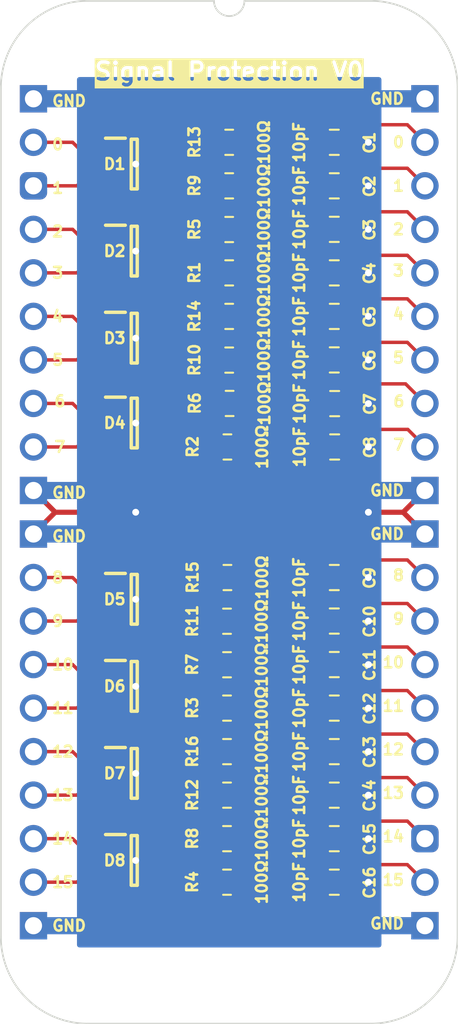
<source format=kicad_pcb>
(kicad_pcb (version 20241229) (generator "pcbnew") (generator_version "9.0")
  (title_block (title "Device Reset") (date "2024-02-15") (rev "V1"))
  (layers (0 "F.Cu" signal) (2 "B.Cu" signal) (13 "F.Paste" user) (15 "B.Paste" user) (5 "F.SilkS" user "F.Silkscreen") (7 "B.SilkS" user "B.Silkscreen") (1 "F.Mask" user) (3 "B.Mask" user) (25 "Edge.Cuts" user))
  (net 0 "")
  (net 1 "/GPIO3")
  (net 2 "/GPIO0")
  (net 3 "/GPIO2")
  (net 4 "/GND")
  (net 5 "/GPIO1")
  (net 6 "/GPIO7")
  (net 7 "/GPIO5")
  (net 8 "/GPIO4")
  (net 9 "/GPIO6")
  (net 10 "/GPIO9")
  (net 11 "/GPIO8")
  (net 12 "/GPIO10")
  (net 13 "/GPIO11")
  (net 14 "/GPIO14")
  (net 15 "/GPIO15")
  (net 16 "/GPIO12")
  (net 17 "/GPIO13")
  (net 18 "/GPIO_{Ω}6")
  (net 19 "/GPIO_{Ω}10")
  (net 20 "/GPIO_{Ω}1")
  (net 21 "/GPIO_{Ω}11")
  (net 22 "/GPIO_{Ω}15")
  (net 23 "/GPIO_{Ω}5")
  (net 24 "/GPIO_{Ω}13")
  (net 25 "/GPIO_{Ω}4")
  (net 26 "/GPIO_{Ω}12")
  (net 27 "/GPIO_{Ω}8")
  (net 28 "/GPIO_{Ω}14")
  (net 29 "/GPIO_{Ω}0")
  (net 30 "/GPIO_{Ω}2")
  (net 31 "/GPIO_{Ω}3")
  (net 32 "/GPIO_{Ω}9")
  (net 33 "/GPIO_{Ω}7")
  (footprint "SamacSys_Parts:R_0805" (layer "F.Cu") (at 11.303 30.48 90)
    (property "Reference" "R11")
    (property "Value" "100Ω")
  )
  (footprint "SamacSys_Parts:SOT96P240X115-3N" (layer "F.Cu") (at 5.885 34.29)
    (property "Reference" "D6")
    (property "Value" "AZ23C6V2-7-F" (hide yes))
  )
  (footprint "SamacSys_Parts:C_0805" (layer "F.Cu") (at 17.5495 45.72 -90)
    (property "Reference" "C16")
    (property "Value" "10pF")
  )
  (footprint "SamacSys_Parts:C_0805" (layer "F.Cu") (at 17.549499 10.16 -90)
    (property "Reference" "C4")
    (property "Value" "10pF")
  )
  (footprint "SamacSys_Parts:R_0805" (layer "F.Cu") (at 11.303 35.55 90)
    (property "Reference" "R3")
    (property "Value" "100Ω")
  )
  (footprint "SamacSys_Parts:C_0805" (layer "F.Cu") (at 17.5495 43.18 -90)
    (property "Reference" "C15")
    (property "Value" "10pF")
  )
  (footprint "SamacSys_Parts:R_0805" (layer "F.Cu") (at 11.43 12.69 90)
    (property "Reference" "R14")
    (property "Value" "100Ω")
  )
  (footprint "SamacSys_Parts:R_0805" (layer "F.Cu") (at 11.43 15.24 90)
    (property "Reference" "R10")
    (property "Value" "100Ω")
  )
  (footprint "SamacSys_Parts:SOT96P240X115-3N" (layer "F.Cu") (at 5.885 3.81)
    (property "Reference" "D1")
    (property "Value" "AZ23C6V2-7-F" (hide yes))
  )
  (footprint "SamacSys_Parts:R_0805" (layer "F.Cu") (at 11.4535 17.77 90)
    (property "Reference" "R6")
    (property "Value" "100Ω")
  )
  (footprint "SamacSys_Parts:C_0805" (layer "F.Cu") (at 17.5495 30.48 -90)
    (property "Reference" "C10")
    (property "Value" "10pF")
  )
  (footprint "SamacSys_Parts:C_0805" (layer "F.Cu") (at 17.5495 12.7 -90)
    (property "Reference" "C5")
    (property "Value" "10pF")
  )
  (footprint "SamacSys_Parts:C_0805" (layer "F.Cu") (at 17.5495 27.94 -90)
    (property "Reference" "C9")
    (property "Value" "10pF")
  )
  (footprint "SamacSys_Parts:C_0805" (layer "F.Cu") (at 17.573 20.32 -90)
    (property "Reference" "C8")
    (property "Value" "10pF")
  )
  (footprint "SamacSys_Parts:SOT96P240X115-3N" (layer "F.Cu") (at 5.885 13.97)
    (property "Reference" "D3")
    (property "Value" "AZ23C6V2-7-F" (hide yes))
  )
  (footprint "SamacSys_Parts:C_0805" (layer "F.Cu") (at 17.5495 35.56 -90)
    (property "Reference" "C12")
    (property "Value" "10pF")
  )
  (footprint "SamacSys_Parts:C_0805" (layer "F.Cu") (at 17.573 17.79 -90)
    (property "Reference" "C7")
    (property "Value" "10pF")
  )
  (footprint "SamacSys_Parts:SOT96P240X115-3N" (layer "F.Cu") (at 5.885 44.45)
    (property "Reference" "D8")
    (property "Value" "AZ23C6V2-7-F" (hide yes))
  )
  (footprint "SamacSys_Parts:R_0805" (layer "F.Cu") (at 11.43 5.07 90)
    (property "Reference" "R9")
    (property "Value" "100Ω")
  )
  (footprint "SamacSys_Parts:SOT96P240X115-3N" (layer "F.Cu") (at 5.885 18.923)
    (property "Reference" "D4")
    (property "Value" "AZ23C6V2-7-F" (hide yes))
  )
  (footprint "SamacSys_Parts:SOT96P240X115-3N" (layer "F.Cu") (at 5.885 39.37)
    (property "Reference" "D7")
    (property "Value" "AZ23C6V2-7-F" (hide yes))
  )
  (footprint "SamacSys_Parts:C_0805" (layer "F.Cu") (at 17.5495 5.08 -90)
    (property "Reference" "C2")
    (property "Value" "10pF")
  )
  (footprint "SamacSys_Parts:R_0805" (layer "F.Cu") (at 11.303 40.63 90)
    (property "Reference" "R12")
    (property "Value" "100Ω")
  )
  (footprint "SamacSys_Parts:C_0805" (layer "F.Cu") (at 17.5495 2.54 -90)
    (property "Reference" "C1")
    (property "Value" "10pF")
  )
  (footprint "SamacSys_Parts:R_0805" (layer "F.Cu") (at 11.3265 20.31 90)
    (property "Reference" "R2")
    (property "Value" "100Ω")
  )
  (footprint "SamacSys_Parts:R_0805" (layer "F.Cu") (at 11.303 33.02 90)
    (property "Reference" "R7")
    (property "Value" "100Ω")
  )
  (footprint "SamacSys_Parts:C_0805" (layer "F.Cu") (at 17.549498 7.62 -90)
    (property "Reference" "C3")
    (property "Value" "10pF")
  )
  (footprint "SamacSys_Parts:R_0805" (layer "F.Cu") (at 11.303 43.17 90)
    (property "Reference" "R8")
    (property "Value" "100Ω")
  )
  (footprint "SamacSys_Parts:R_0805" (layer "F.Cu") (at 11.43 2.53 90)
    (property "Reference" "R13")
    (property "Value" "100Ω")
  )
  (footprint "SamacSys_Parts:DIP-40_Board_W22.86mm" (layer "F.Cu") (at 0 0)
    (property "Reference" "J4" (hide yes))
    (property "Value" "Conn_02x20_Counter_Clockwise")
    (fp_line (start -1.905 -0.635) (end -1.905 48.895) (stroke (width 0.1)) (layer "Edge.Cuts"))
    (fp_line (start 10.541 -5.715) (end 3.175 -5.715) (stroke (width 0.1)) (layer "Edge.Cuts"))
    (fp_line (start 19.685 -5.715) (end 12.319 -5.715) (stroke (width 0.1)) (layer "Edge.Cuts"))
    (fp_line (start 19.685 53.975) (end 3.175 53.975) (stroke (width 0.1)) (layer "Edge.Cuts"))
    (fp_line (start 24.765 48.895) (end 24.765 -0.635) (stroke (width 0.1)) (layer "Edge.Cuts"))
    (fp_arc (start -1.905 -0.635) (mid -0.417102 -4.227102) (end 3.175 -5.715) (stroke (width 0.1)) (layer "Edge.Cuts"))
    (fp_arc (start 3.175 53.975) (mid -0.417102 52.487102) (end -1.905 48.895) (stroke (width 0.1)) (layer "Edge.Cuts"))
    (fp_arc (start 12.319 -5.715) (mid 11.43 -4.826) (end 10.541 -5.715) (stroke (width 0.1)) (layer "Edge.Cuts"))
    (fp_arc (start 19.685 -5.715) (mid 23.277102 -4.227102) (end 24.765 -0.635) (stroke (width 0.1)) (layer "Edge.Cuts"))
    (fp_arc (start 24.765 48.895) (mid 23.277102 52.487102) (end 19.685 53.975) (stroke (width 0.1)) (layer "Edge.Cuts"))
  )
  (footprint "SamacSys_Parts:SOT96P240X115-3N" (layer "F.Cu") (at 5.885 8.89)
    (property "Reference" "D2")
    (property "Value" "AZ23C6V2-7-F" (hide yes))
  )
  (footprint "SamacSys_Parts:C_0805" (layer "F.Cu") (at 17.5495 38.1 -90)
    (property "Reference" "C13")
    (property "Value" "10pF")
  )
  (footprint "SamacSys_Parts:R_0805" (layer "F.Cu") (at 11.303 45.71 90)
    (property "Reference" "R4")
    (property "Value" "100Ω")
  )
  (footprint "SamacSys_Parts:R_0805" (layer "F.Cu") (at 11.43 10.15 90)
    (property "Reference" "R1")
    (property "Value" "100Ω")
  )
  (footprint "SamacSys_Parts:R_0805" (layer "F.Cu") (at 11.303 38.09 90)
    (property "Reference" "R16")
    (property "Value" "100Ω")
  )
  (footprint "SamacSys_Parts:R_0805" (layer "F.Cu") (at 11.3265 27.93 90)
    (property "Reference" "R15")
    (property "Value" "100Ω")
  )
  (footprint "SamacSys_Parts:C_0805" (layer "F.Cu") (at 17.5495 15.24 -90)
    (property "Reference" "C6")
    (property "Value" "10pF")
  )
  (footprint "SamacSys_Parts:C_0805" (layer "F.Cu") (at 17.5495 33.02 -90)
    (property "Reference" "C11")
    (property "Value" "10pF")
  )
  (footprint "SamacSys_Parts:SOT96P240X115-3N" (layer "F.Cu") (at 5.885 29.21)
    (property "Reference" "D5")
    (property "Value" "AZ23C6V2-7-F" (hide yes))
  )
  (footprint "SamacSys_Parts:R_0805" (layer "F.Cu") (at 11.43 7.62 90)
    (property "Reference" "R5")
    (property "Value" "100Ω")
  )
  (footprint "SamacSys_Parts:C_0805" (layer "F.Cu") (at 17.5495 40.64 -90)
    (property "Reference" "C14")
    (property "Value" "10pF")
  )
  (footprint "SamacSys_Parts:PinHeader_1x20_P2.54mm_Vertical" (layer "B.Cu") (at 22.733 0 180)
    (property "Reference" "J1" (hide yes))
    (property "Value" "Pin_Header_01x20" (hide yes))
  )
  (footprint "SamacSys_Parts:PinHeader_1x20_P2.54mm_Vertical" (layer "B.Cu") (at 0 0 180)
    (property "Reference" "J3" (hide yes))
    (property "Value" "Pin_Header_01x20" (hide yes))
  )
  (gr_text "10" (at 21.717 32.893 0) (layer "F.SilkS") (effects (font (size 0.635 0.635)) (justify right)))
  (gr_text "8" (at 1.016 27.94 0) (layer "F.SilkS") (effects (font (size 0.635 0.635)) (justify left)))
  (gr_text "13" (at 21.717 40.513 0) (layer "F.SilkS") (effects (font (size 0.635 0.635)) (justify right)))
  (gr_text "GND" (at 21.717 0 0) (layer "F.SilkS") (effects (font (size 0.635 0.635)) (justify right)))
  (gr_text "3" (at 1.016 10.16 0) (layer "F.SilkS") (effects (font (size 0.635 0.635)) (justify left)))
  (gr_text "GND" (at 1.016 25.527 0) (layer "F.SilkS") (effects (font (size 0.635 0.635)) (justify left)))
  (gr_text "GND" (at 21.717 22.86 0) (layer "F.SilkS") (effects (font (size 0.635 0.635)) (justify right)))
  (gr_text "11" (at 21.717 35.433 0) (layer "F.SilkS") (effects (font (size 0.635 0.635)) (justify right)))
  (gr_text "GND" (at 1.016 0.127 0) (layer "F.SilkS") (effects (font (size 0.635 0.635)) (justify left)))
  (gr_text "0" (at 21.717 2.54 0) (layer "F.SilkS") (effects (font (size 0.635 0.635)) (justify right)))
  (gr_text "5" (at 1.016 15.24 0) (layer "F.SilkS") (effects (font (size 0.635 0.635)) (justify left)))
  (gr_text "5" (at 21.717 15.113 0) (layer "F.SilkS") (effects (font (size 0.635 0.635)) (justify right)))
  (gr_text "6" (at 21.7405 17.663 0) (layer "F.SilkS") (effects (font (size 0.635 0.635)) (justify right)))
  (gr_text "7" (at 21.7405 20.193 0) (layer "F.SilkS") (effects (font (size 0.635 0.635)) (justify right)))
  (gr_text "11" (at 1.016 35.56 0) (layer "F.SilkS") (effects (font (size 0.635 0.635)) (justify left)))
  (gr_text "1" (at 21.717 5.08 0) (layer "F.SilkS") (effects (font (size 0.635 0.635)) (justify right)))
  (gr_text "GND" (at 21.717 48.133 0) (layer "F.SilkS") (effects (font (size 0.635 0.635)) (justify right)))
  (gr_text "GND" (at 21.717 25.4 0) (layer "F.SilkS") (effects (font (size 0.635 0.635)) (justify right)))
  (gr_text "14" (at 21.717 43.053 0) (layer "F.SilkS") (effects (font (size 0.635 0.635)) (justify right)))
  (gr_text "7" (at 1.143 20.32 0) (layer "F.SilkS") (effects (font (size 0.635 0.635)) (justify left)))
  (gr_text "GND" (at 1.016 48.26 0) (layer "F.SilkS") (effects (font (size 0.635 0.635)) (justify left)))
  (gr_text "2" (at 21.717 7.62 0) (layer "F.SilkS") (effects (font (size 0.635 0.635)) (justify right)))
  (gr_text "4" (at 1.016 12.7 0) (layer "F.SilkS") (effects (font (size 0.635 0.635)) (justify left)))
  (gr_text "1" (at 1.016 5.207 0) (layer "F.SilkS") (effects (font (size 0.635 0.635)) (justify left)))
  (gr_text "3" (at 21.717 10.033 0) (layer "F.SilkS") (effects (font (size 0.635 0.635)) (justify right)))
  (gr_text "2" (at 1.016 7.747 0) (layer "F.SilkS") (effects (font (size 0.635 0.635)) (justify left)))
  (gr_text "15" (at 21.717 45.593 0) (layer "F.SilkS") (effects (font (size 0.635 0.635)) (justify right)))
  (gr_text "Signal Protection V0" (at 11.43 -1.016 0) (layer "F.SilkS" knockout) (effects (font (size 1 1) (thickness 0.2) (bold yes)) (justify bottom)))
  (gr_text "8" (at 21.717 27.813 0) (layer "F.SilkS") (effects (font (size 0.635 0.635)) (justify right)))
  (gr_text "13" (at 1.016 40.64 0) (layer "F.SilkS") (effects (font (size 0.635 0.635)) (justify left)))
  (gr_text "9" (at 1.016 30.48 0) (layer "F.SilkS") (effects (font (size 0.635 0.635)) (justify left)))
  (gr_text "12" (at 1.016 38.1 0) (layer "F.SilkS") (effects (font (size 0.635 0.635)) (justify left)))
  (gr_text "GND" (at 1.016 22.987 0) (layer "F.SilkS") (effects (font (size 0.635 0.635)) (justify left)))
  (gr_text "6" (at 1.143 17.653 0) (layer "F.SilkS") (effects (font (size 0.635 0.635)) (justify left)))
  (gr_text "4" (at 21.717 12.573 0) (layer "F.SilkS") (effects (font (size 0.635 0.635)) (justify right)))
  (gr_text "14" (at 1.016 43.18 0) (layer "F.SilkS") (effects (font (size 0.635 0.635)) (justify left)))
  (gr_text "0" (at 1.016 2.667 0) (layer "F.SilkS") (effects (font (size 0.635 0.635)) (justify left)))
  (gr_text "10" (at 1.016 33.02 0) (layer "F.SilkS") (effects (font (size 0.635 0.635)) (justify left)))
  (gr_text "9" (at 21.717 30.353 0) (layer "F.SilkS") (effects (font (size 0.635 0.635)) (justify right)))
  (gr_text "15" (at 1.016 45.72 0) (layer "F.SilkS") (effects (font (size 0.635 0.635)) (justify left)))
  (gr_text "12" (at 21.717 37.973 0) (layer "F.SilkS") (effects (font (size 0.635 0.635)) (justify right)))
  (segment (start 0 10.16) (end 2.54 10.16) (width 0.2) (layer "F.Cu") (net 1))
  (segment (start 2.85 9.85) (end 2.54 10.16) (width 0.2) (layer "F.Cu") (net 1))
  (segment (start 4.785 9.85) (end 2.85 9.85) (width 0.2) (layer "F.Cu") (net 1))
  (segment (start 7.62 10.16) (end 10.3905 10.16) (width 0.2) (layer "F.Cu") (net 1))
  (segment (start 7.31 9.85) (end 7.62 10.16) (width 0.2) (layer "F.Cu") (net 1))
  (segment (start 4.785 9.85) (end 7.31 9.85) (width 0.2) (layer "F.Cu") (net 1))
  (segment (start 4.785 2.85) (end 7.31 2.85) (width 0.2) (layer "F.Cu") (net 2))
  (segment (start 7.31 2.85) (end 7.62 2.54) (width 0.2) (layer "F.Cu") (net 2))
  (segment (start 2.286 2.54) (end 2.596 2.85) (width 0.2) (layer "F.Cu") (net 2))
  (segment (start 2.596 2.85) (end 4.785 2.85) (width 0.2) (layer "F.Cu") (net 2))
  (segment (start 0 2.54) (end 2.286 2.54) (width 0.2) (layer "F.Cu") (net 2))
  (segment (start 7.62 2.54) (end 10.3905 2.54) (width 0.2) (layer "F.Cu") (net 2))
  (segment (start 7.31 7.93) (end 7.62 7.62) (width 0.2) (layer "F.Cu") (net 3))
  (segment (start 2.596 7.93) (end 4.785 7.93) (width 0.2) (layer "F.Cu") (net 3))
  (segment (start 7.62 7.62) (end 10.3905 7.62) (width 0.2) (layer "F.Cu") (net 3))
  (segment (start 4.785 7.93) (end 7.31 7.93) (width 0.2) (layer "F.Cu") (net 3))
  (segment (start 0 7.62) (end 2.286 7.62) (width 0.2) (layer "F.Cu") (net 3))
  (segment (start 2.286 7.62) (end 2.596 7.93) (width 0.2) (layer "F.Cu") (net 3))
  (segment (start 18.5155 33.02) (end 19.558 33.02) (width 0.3) (layer "F.Cu") (net 4))
  (segment (start 18.5155 40.64) (end 19.558 40.64) (width 0.3) (layer "F.Cu") (net 4))
  (segment (start 5.969 13.97) (end 6.985 13.97) (width 0.3) (layer "F.Cu") (net 4))
  (segment (start 22.86 22.86) (end 21.59 24.13) (width 0.3) (layer "F.Cu") (net 4))
  (segment (start 0 25.4) (end 1.27 24.13) (width 0.3) (layer "F.Cu") (net 4))
  (segment (start 18.5155 12.7) (end 19.558 12.7) (width 0.3) (layer "F.Cu") (net 4))
  (segment (start 21.59 24.13) (end 22.86 25.4) (width 0.3) (layer "F.Cu") (net 4))
  (segment (start 18.539 20.32) (end 19.558 20.32) (width 0.3) (layer "F.Cu") (net 4))
  (segment (start 5.969 34.29) (end 6.985 34.29) (width 0.3) (layer "F.Cu") (net 4))
  (segment (start 1.27 24.13) (end 5.969 24.13) (width 0.3) (layer "F.Cu") (net 4))
  (segment (start 5.969 3.81) (end 6.985 3.81) (width 0.3) (layer "F.Cu") (net 4))
  (segment (start 21.59 24.13) (end 19.558 24.13) (width 0.3) (layer "F.Cu") (net 4))
  (segment (start 5.969 44.45) (end 6.985 44.45) (width 0.3) (layer "F.Cu") (net 4))
  (segment (start 6.985 18.923) (end 5.969 18.923) (width 0.3) (layer "F.Cu") (net 4))
  (segment (start 5.969 8.89) (end 6.985 8.89) (width 0.3) (layer "F.Cu") (net 4))
  (segment (start 18.5155 45.72) (end 19.558008 45.72) (width 0.3) (layer "F.Cu") (net 4))
  (segment (start 18.5155 35.56) (end 19.558 35.56) (width 0.3) (layer "F.Cu") (net 4))
  (segment (start 5.969 24.13) (end 19.558 24.13) (width 0.3) (layer "F.Cu") (net 4))
  (segment (start 18.515499 10.16) (end 19.558004 10.16) (width 0.3) (layer "F.Cu") (net 4))
  (segment (start 18.539 17.79) (end 19.558 17.79) (width 0.3) (layer "F.Cu") (net 4))
  (segment (start 5.969 29.21) (end 6.985 29.21) (width 0.3) (layer "F.Cu") (net 4))
  (segment (start 18.5155 2.54) (end 19.558 2.54) (width 0.3) (layer "F.Cu") (net 4))
  (segment (start 18.5155 43.18) (end 19.558 43.18) (width 0.3) (layer "F.Cu") (net 4))
  (segment (start 5.969 39.37) (end 6.985 39.37) (width 0.3) (layer "F.Cu") (net 4))
  (segment (start 18.5155 5.08) (end 19.558 5.08) (width 0.3) (layer "F.Cu") (net 4))
  (segment (start 18.5155 38.1) (end 19.558 38.1) (width 0.3) (layer "F.Cu") (net 4))
  (segment (start 18.5155 27.94) (end 19.558 27.94) (width 0.3) (layer "F.Cu") (net 4))
  (segment (start 18.515498 7.62) (end 19.558002 7.62) (width 0.3) (layer "F.Cu") (net 4))
  (segment (start 18.5155 30.48) (end 19.558 30.48) (width 0.3) (layer "F.Cu") (net 4))
  (segment (start 18.5155 15.24) (end 19.558 15.24) (width 0.3) (layer "F.Cu") (net 4))
  (segment (start 0 22.86) (end 1.27 24.13) (width 0.3) (layer "F.Cu") (net 4))
  (via (at 19.558 27.94) (size 0.8) (drill 0.4) (layers "F.Cu" "B.Cu") (net 4))
  (via (at 19.558 12.7) (size 0.8) (drill 0.4) (layers "F.Cu" "B.Cu") (net 4))
  (via (at 5.969 44.45) (size 0.8) (drill 0.4) (layers "F.Cu" "B.Cu") (net 4))
  (via (at 19.558 15.24) (size 0.8) (drill 0.4) (layers "F.Cu" "B.Cu") (net 4))
  (via (at 19.558 35.56) (size 0.8) (drill 0.4) (layers "F.Cu" "B.Cu") (net 4))
  (via (at 19.558 30.48) (size 0.8) (drill 0.4) (layers "F.Cu" "B.Cu") (net 4))
  (via (at 19.558 20.32) (size 0.8) (drill 0.4) (layers "F.Cu" "B.Cu") (net 4))
  (via (at 5.969 39.37) (size 0.8) (drill 0.4) (layers "F.Cu" "B.Cu") (net 4))
  (via (at 5.969 34.29) (size 0.8) (drill 0.4) (layers "F.Cu" "B.Cu") (net 4))
  (via (at 5.969 8.89) (size 0.8) (drill 0.4) (layers "F.Cu" "B.Cu") (net 4))
  (via (at 19.558 33.02) (size 0.8) (drill 0.4) (layers "F.Cu" "B.Cu") (net 4))
  (via (at 19.558 40.64) (size 0.8) (drill 0.4) (layers "F.Cu" "B.Cu") (net 4))
  (via (at 19.558 43.18) (size 0.8) (drill 0.4) (layers "F.Cu" "B.Cu") (net 4))
  (via (at 19.558 17.79) (size 0.8) (drill 0.4) (layers "F.Cu" "B.Cu") (net 4))
  (via (at 5.969 3.81) (size 0.8) (drill 0.4) (layers "F.Cu" "B.Cu") (net 4))
  (via (at 5.969 24.13) (size 0.8) (drill 0.4) (layers "F.Cu" "B.Cu") (net 4))
  (via (at 5.969 13.97) (size 0.8) (drill 0.4) (layers "F.Cu" "B.Cu") (net 4))
  (via (at 19.558 5.08) (size 0.8) (drill 0.4) (layers "F.Cu" "B.Cu") (net 4))
  (via (at 19.558002 7.62) (size 0.8) (drill 0.4) (layers "F.Cu" "B.Cu") (net 4))
  (via (at 19.558004 10.16) (size 0.8) (drill 0.4) (layers "F.Cu" "B.Cu") (net 4))
  (via (at 5.969 18.923) (size 0.8) (drill 0.4) (layers "F.Cu" "B.Cu") (net 4))
  (via (at 19.558 2.54) (size 0.8) (drill 0.4) (layers "F.Cu" "B.Cu") (net 4))
  (via (at 19.558 38.1) (size 0.8) (drill 0.4) (layers "F.Cu" "B.Cu") (net 4))
  (via (at 19.558 24.13) (size 0.8) (drill 0.4) (layers "F.Cu" "B.Cu") (net 4))
  (via (at 5.969 29.21) (size 0.8) (drill 0.4) (layers "F.Cu" "B.Cu") (net 4))
  (via (at 19.558008 45.72) (size 0.8) (drill 0.4) (layers "F.Cu" "B.Cu") (net 4))
  (segment (start 22.86 0) (end 19.812 0) (width 1) (layer "B.Cu") (net 4))
  (segment (start 0 0) (end 5.08 0) (width 1) (layer "B.Cu") (net 4))
  (segment (start 19.558 23.114) (end 19.558 24.13) (width 1) (layer "B.Cu") (net 4))
  (segment (start 19.812 48.26) (end 19.558008 48.006008) (width 1) (layer "B.Cu") (net 4))
  (segment (start 19.558 0.254) (end 19.558 2.54) (width 1) (layer "B.Cu") (net 4))
  (segment (start 19.558 33.02) (end 19.558 30.48) (width 0.3) (layer "B.Cu") (net 4))
  (segment (start 19.812 25.4) (end 19.558 25.654) (width 1) (layer "B.Cu") (net 4))
  (segment (start 19.558 20.32) (end 19.558 22.606) (width 1) (layer "B.Cu") (net 4))
  (segment (start 19.558 20.32) (end 19.558 17.79) (width 0.3) (layer "B.Cu") (net 4))
  (segment (start 5.969 39.37) (end 5.969 34.29) (width 0.3) (layer "B.Cu") (net 4))
  (segment (start 19.558002 7.62) (end 19.558002 5.080002) (width 0.3) (layer "B.Cu") (net 4))
  (segment (start 19.558 40.64) (end 19.558 38.1) (width 0.3) (layer "B.Cu") (net 4))
  (segment (start 19.812 22.86) (end 19.558 23.114) (width 1) (layer "B.Cu") (net 4))
  (segment (start 5.969 46.609) (end 5.969 44.45) (width 1) (layer "B.Cu") (net 4))
  (segment (start 19.558 15.24) (end 19.558 12.7) (width 0.3) (layer "B.Cu") (net 4))
  (segment (start 19.558 38.1) (end 19.558 35.56) (width 0.3) (layer "B.Cu") (net 4))
  (segment (start 19.558008 48.006008) (end 19.558008 45.72) (width 1) (layer "B.Cu") (net 4))
  (segment (start 5.969 44.45) (end 5.969 39.37) (width 0.3) (layer "B.Cu") (net 4))
  (segment (start 0 48.26) (end 4.318 48.26) (width 1) (layer "B.Cu") (net 4))
  (segment (start 5.08 22.86) (end 5.969 23.749) (width 1) (layer "B.Cu") (net 4))
  (segment (start 5.207 25.4) (end 5.969 26.162) (width 1) (layer "B.Cu") (net 4))
  (segment (start 4.318 48.26) (end 5.969 46.609) (width 1) (layer "B.Cu") (net 4))
  (segment (start 19.558 25.654) (end 19.558 27.94) (width 1) (layer "B.Cu") (net 4))
  (segment (start 19.812 0) (end 19.558 0.254) (width 1) (layer "B.Cu") (net 4))
  (segment (start 5.207 25.4) (end 5.969 24.638) (width 1) (layer "B.Cu") (net 4))
  (segment (start 19.558 25.146) (end 19.812 25.4) (width 1) (layer "B.Cu") (net 4))
  (segment (start 5.969 21.971) (end 5.969 18.923) (width 1) (layer "B.Cu") (net 4))
  (segment (start 19.558 22.606) (end 19.812 22.86) (width 1) (layer "B.Cu") (net 4))
  (segment (start 19.558 30.48) (end 19.558 27.94) (width 0.3) (layer "B.Cu") (net 4))
  (segment (start 19.558002 5.080002) (end 19.558 5.08) (width 0.3) (layer "B.Cu") (net 4))
  (segment (start 22.86 48.26) (end 19.812 48.26) (width 1) (layer "B.Cu") (net 4))
  (segment (start 19.558 43.18) (end 19.558 40.64) (width 0.3) (layer "B.Cu") (net 4))
  (segment (start 0 22.86) (end 5.08 22.86) (width 1) (layer "B.Cu") (net 4))
  (segment (start 5.969 34.29) (end 5.969 29.21) (width 0.3) (layer "B.Cu") (net 4))
  (segment (start 22.86 22.86) (end 19.812 22.86) (width 1) (layer "B.Cu") (net 4))
  (segment (start 19.558 10.160004) (end 19.558004 10.16) (width 0.3) (layer "B.Cu") (net 4))
  (segment (start 5.969 13.97) (end 5.969 8.89) (width 0.3) (layer "B.Cu") (net 4))
  (segment (start 0 25.4) (end 5.207 25.4) (width 1) (layer "B.Cu") (net 4))
  (segment (start 5.969 26.162) (end 5.969 29.21) (width 1) (layer "B.Cu") (net 4))
  (segment (start 19.558 35.56) (end 19.558 33.02) (width 0.3) (layer "B.Cu") (net 4))
  (segment (start 5.969 8.89) (end 5.969 3.81) (width 0.3) (layer "B.Cu") (net 4))
  (segment (start 5.08 22.86) (end 5.969 21.971) (width 1) (layer "B.Cu") (net 4))
  (segment (start 19.558 17.79) (end 19.558 15.24) (width 0.3) (layer "B.Cu") (net 4))
  (segment (start 19.558 24.13) (end 19.558 25.146) (width 1) (layer "B.Cu") (net 4))
  (segment (start 22.86 25.4) (end 19.812 25.4) (width 1) (layer "B.Cu") (net 4))
  (segment (start 5.969 18.923) (end 5.969 13.97) (width 0.3) (layer "B.Cu") (net 4))
  (segment (start 19.558 12.7) (end 19.558 10.160004) (width 0.3) (layer "B.Cu") (net 4))
  (segment (start 19.558 5.08) (end 19.558 2.54) (width 0.3) (layer "B.Cu") (net 4))
  (segment (start 5.969 23.749) (end 5.969 24.13) (width 1) (layer "B.Cu") (net 4))
  (segment (start 5.969 24.638) (end 5.969 24.13) (width 1) (layer "B.Cu") (net 4))
  (segment (start 5.08 0) (end 5.969 0.889) (width 1) (layer "B.Cu") (net 4))
  (segment (start 19.558004 7.620002) (end 19.558002 7.62) (width 0.3) (layer "B.Cu") (net 4))
  (segment (start 19.558008 43.180008) (end 19.558 43.18) (width 0.3) (layer "B.Cu") (net 4))
  (segment (start 19.558004 10.16) (end 19.558004 7.620002) (width 0.3) (layer "B.Cu") (net 4))
  (segment (start 5.969 0.889) (end 5.969 3.81) (width 1) (layer "B.Cu") (net 4))
  (segment (start 19.558008 45.72) (end 19.558008 43.180008) (width 0.3) (layer "B.Cu") (net 4))
  (segment (start 2.85 4.77) (end 2.54 5.08) (width 0.2) (layer "F.Cu") (net 5))
  (segment (start 4.785 4.77) (end 2.85 4.77) (width 0.2) (layer "F.Cu") (net 5))
  (segment (start 4.785 4.77) (end 7.31 4.77) (width 0.2) (layer "F.Cu") (net 5))
  (segment (start 7.31 4.77) (end 7.62 5.08) (width 0.2) (layer "F.Cu") (net 5))
  (segment (start 0 5.08) (end 2.54 5.08) (width 0.2) (layer "F.Cu") (net 5))
  (segment (start 7.62 5.08) (end 10.3905 5.08) (width 0.2) (layer "F.Cu") (net 5))
  (segment (start 4.785 20.01) (end 7.31 20.01) (width 0.2) (layer "F.Cu") (net 6))
  (segment (start 7.62 20.32) (end 10.3905 20.32) (width 0.2) (layer "F.Cu") (net 6))
  (segment (start 7.31 20.01) (end 7.62 20.32) (width 0.2) (layer "F.Cu") (net 6))
  (segment (start 2.85 20.01) (end 2.54 20.32) (width 0.2) (layer "F.Cu") (net 6))
  (segment (start 0 20.32) (end 2.54 20.32) (width 0.2) (layer "F.Cu") (net 6))
  (segment (start 4.785 20.01) (end 2.85 20.01) (width 0.2) (layer "F.Cu") (net 6))
  (segment (start 4.785 14.93) (end 2.85 14.93) (width 0.2) (layer "F.Cu") (net 7))
  (segment (start 0 15.24) (end 2.54 15.24) (width 0.2) (layer "F.Cu") (net 7))
  (segment (start 7.31 14.93) (end 7.62 15.24) (width 0.2) (layer "F.Cu") (net 7))
  (segment (start 2.85 14.93) (end 2.54 15.24) (width 0.2) (layer "F.Cu") (net 7))
  (segment (start 4.785 14.93) (end 7.31 14.93) (width 0.2) (layer "F.Cu") (net 7))
  (segment (start 7.62 15.24) (end 10.3905 15.24) (width 0.2) (layer "F.Cu") (net 7))
  (segment (start 7.31 13.01) (end 7.62 12.7) (width 0.2) (layer "F.Cu") (net 8))
  (segment (start 0 12.7) (end 2.286 12.7) (width 0.2) (layer "F.Cu") (net 8))
  (segment (start 4.785 13.01) (end 7.31 13.01) (width 0.2) (layer "F.Cu") (net 8))
  (segment (start 7.62 12.7) (end 10.3905 12.7) (width 0.2) (layer "F.Cu") (net 8))
  (segment (start 2.596 13.01) (end 4.785 13.01) (width 0.2) (layer "F.Cu") (net 8))
  (segment (start 2.286 12.7) (end 2.596 13.01) (width 0.2) (layer "F.Cu") (net 8))
  (segment (start 7.31 18.09) (end 7.62 17.78) (width 0.2) (layer "F.Cu") (net 9))
  (segment (start 4.785 18.09) (end 7.31 18.09) (width 0.2) (layer "F.Cu") (net 9))
  (segment (start 2.286 17.78) (end 2.596 18.09) (width 0.2) (layer "F.Cu") (net 9))
  (segment (start 0 17.78) (end 2.286 17.78) (width 0.2) (layer "F.Cu") (net 9))
  (segment (start 2.596 18.09) (end 4.785 18.09) (width 0.2) (layer "F.Cu") (net 9))
  (segment (start 7.62 17.78) (end 10.3905 17.78) (width 0.2) (layer "F.Cu") (net 9))
  (segment (start 4.785 30.17) (end 2.85 30.17) (width 0.2) (layer "F.Cu") (net 10))
  (segment (start 0 30.48) (end 2.54 30.48) (width 0.2) (layer "F.Cu") (net 10))
  (segment (start 7.62 30.48) (end 10.3905 30.48) (width 0.2) (layer "F.Cu") (net 10))
  (segment (start 2.85 30.17) (end 2.54 30.48) (width 0.2) (layer "F.Cu") (net 10))
  (segment (start 7.31 30.17) (end 7.62 30.48) (width 0.2) (layer "F.Cu") (net 10))
  (segment (start 4.785 30.17) (end 7.31 30.17) (width 0.2) (layer "F.Cu") (net 10))
  (segment (start 2.286 27.94) (end 2.596 28.25) (width 0.2) (layer "F.Cu") (net 11))
  (segment (start 4.785 28.25) (end 7.31 28.25) (width 0.2) (layer "F.Cu") (net 11))
  (segment (start 7.31 28.25) (end 7.62 27.94) (width 0.2) (layer "F.Cu") (net 11))
  (segment (start 2.596 28.25) (end 4.785 28.25) (width 0.2) (layer "F.Cu") (net 11))
  (segment (start 7.62 27.94) (end 10.3905 27.94) (width 0.2) (layer "F.Cu") (net 11))
  (segment (start 0 27.94) (end 2.286 27.94) (width 0.2) (layer "F.Cu") (net 11))
  (segment (start 4.785 33.33) (end 7.31 33.33) (width 0.2) (layer "F.Cu") (net 12))
  (segment (start 7.62 33.02) (end 10.3905 33.02) (width 0.2) (layer "F.Cu") (net 12))
  (segment (start 2.596 33.33) (end 4.785 33.33) (width 0.2) (layer "F.Cu") (net 12))
  (segment (start 2.286 33.02) (end 2.596 33.33) (width 0.2) (layer "F.Cu") (net 12))
  (segment (start 0 33.02) (end 2.286 33.02) (width 0.2) (layer "F.Cu") (net 12))
  (segment (start 7.31 33.33) (end 7.62 33.02) (width 0.2) (layer "F.Cu") (net 12))
  (segment (start 4.785 35.25) (end 2.85 35.25) (width 0.2) (layer "F.Cu") (net 13))
  (segment (start 0 35.56) (end 2.54 35.56) (width 0.2) (layer "F.Cu") (net 13))
  (segment (start 4.785 35.25) (end 7.31 35.25) (width 0.2) (layer "F.Cu") (net 13))
  (segment (start 7.62 35.56) (end 10.3905 35.56) (width 0.2) (layer "F.Cu") (net 13))
  (segment (start 7.31 35.25) (end 7.62 35.56) (width 0.2) (layer "F.Cu") (net 13))
  (segment (start 2.85 35.25) (end 2.54 35.56) (width 0.2) (layer "F.Cu") (net 13))
  (segment (start 7.62 43.18) (end 10.3905 43.18) (width 0.2) (layer "F.Cu") (net 14))
  (segment (start 0 43.18) (end 2.286 43.18) (width 0.2) (layer "F.Cu") (net 14))
  (segment (start 4.785 43.49) (end 7.31 43.49) (width 0.2) (layer "F.Cu") (net 14))
  (segment (start 7.31 43.49) (end 7.62 43.18) (width 0.2) (layer "F.Cu") (net 14))
  (segment (start 2.596 43.49) (end 4.785 43.49) (width 0.2) (layer "F.Cu") (net 14))
  (segment (start 2.286 43.18) (end 2.596 43.49) (width 0.2) (layer "F.Cu") (net 14))
  (segment (start 0 45.72) (end 2.54 45.72) (width 0.2) (layer "F.Cu") (net 15))
  (segment (start 4.785 45.41) (end 7.31 45.41) (width 0.2) (layer "F.Cu") (net 15))
  (segment (start 4.785 45.41) (end 2.85 45.41) (width 0.2) (layer "F.Cu") (net 15))
  (segment (start 7.62 45.72) (end 10.3905 45.72) (width 0.2) (layer "F.Cu") (net 15))
  (segment (start 2.85 45.41) (end 2.54 45.72) (width 0.2) (layer "F.Cu") (net 15))
  (segment (start 7.31 45.41) (end 7.62 45.72) (width 0.2) (layer "F.Cu") (net 15))
  (segment (start 7.62 38.1) (end 10.3905 38.1) (width 0.2) (layer "F.Cu") (net 16))
  (segment (start 2.286 38.1) (end 2.596 38.41) (width 0.2) (layer "F.Cu") (net 16))
  (segment (start 2.596 38.41) (end 4.785 38.41) (width 0.2) (layer "F.Cu") (net 16))
  (segment (start 7.31 38.41) (end 7.62 38.1) (width 0.2) (layer "F.Cu") (net 16))
  (segment (start 4.785 38.41) (end 7.31 38.41) (width 0.2) (layer "F.Cu") (net 16))
  (segment (start 0 38.1) (end 2.286 38.1) (width 0.2) (layer "F.Cu") (net 16))
  (segment (start 2.85 40.33) (end 2.54 40.64) (width 0.2) (layer "F.Cu") (net 17))
  (segment (start 4.785 40.33) (end 7.31 40.33) (width 0.2) (layer "F.Cu") (net 17))
  (segment (start 7.31 40.33) (end 7.62 40.64) (width 0.2) (layer "F.Cu") (net 17))
  (segment (start 0 40.64) (end 2.54 40.64) (width 0.2) (layer "F.Cu") (net 17))
  (segment (start 7.62 40.64) (end 10.3905 40.64) (width 0.2) (layer "F.Cu") (net 17))
  (segment (start 4.785 40.33) (end 2.85 40.33) (width 0.2) (layer "F.Cu") (net 17))
  (segment (start 12.366 17.78) (end 16.629 17.78) (width 0.2) (layer "F.Cu") (net 18))
  (segment (start 17.954878 16.638) (end 21.7315 16.638) (width 0.2) (layer "F.Cu") (net 18))
  (segment (start 17.444 17.663) (end 17.631439 17.475561) (width 0.2) (layer "F.Cu") (net 18))
  (segment (start 17.631439 17.475561) (end 17.631439 16.961439) (width 0.2) (layer "F.Cu") (net 18))
  (segment (start 16.6605 17.663) (end 17.444 17.663) (width 0.2) (layer "F.Cu") (net 18))
  (segment (start 21.7315 16.638) (end 22.8835 17.79) (width 0.2) (layer "F.Cu") (net 18))
  (segment (start 17.631439 16.961439) (end 17.954878 16.638) (width 0.2) (layer "F.Cu") (net 18))
  (segment (start 17.909878 31.995) (end 21.835 31.995) (width 0.2) (layer "F.Cu") (net 19))
  (segment (start 21.835 31.995) (end 22.86 33.02) (width 0.2) (layer "F.Cu") (net 19))
  (segment (start 16.6155 33.02) (end 17.399 33.02) (width 0.2) (layer "F.Cu") (net 19))
  (segment (start 17.399 33.02) (end 17.586439 32.832561) (width 0.2) (layer "F.Cu") (net 19))
  (segment (start 17.586439 32.832561) (end 17.586439 32.318439) (width 0.2) (layer "F.Cu") (net 19))
  (segment (start 12.2155 33.02) (end 16.6155 33.02) (width 0.2) (layer "F.Cu") (net 19))
  (segment (start 17.586439 32.318439) (end 17.909878 31.995) (width 0.2) (layer "F.Cu") (net 19))
  (segment (start 21.835 4.055) (end 22.86 5.08) (width 0.2) (layer "F.Cu") (net 20))
  (segment (start 17.909878 4.055) (end 21.835 4.055) (width 0.2) (layer "F.Cu") (net 20))
  (segment (start 16.6155 5.08) (end 17.399 5.08) (width 0.2) (layer "F.Cu") (net 20))
  (segment (start 17.586439 4.378439) (end 17.909878 4.055) (width 0.2) (layer "F.Cu") (net 20))
  (segment (start 12.2155 5.08) (end 16.6155 5.08) (width 0.2) (layer "F.Cu") (net 20))
  (segment (start 17.586439 4.892561) (end 17.586439 4.378439) (width 0.2) (layer "F.Cu") (net 20))
  (segment (start 17.399 5.08) (end 17.586439 4.892561) (width 0.2) (layer "F.Cu") (net 20))
  (segment (start 17.399 35.56) (end 17.586439 35.372561) (width 0.2) (layer "F.Cu") (net 21))
  (segment (start 17.909878 34.535) (end 21.835 34.535) (width 0.2) (layer "F.Cu") (net 21))
  (segment (start 16.6155 35.56) (end 17.399 35.56) (width 0.2) (layer "F.Cu") (net 21))
  (segment (start 17.586439 35.372561) (end 17.586439 34.858439) (width 0.2) (layer "F.Cu") (net 21))
  (segment (start 21.835 34.535) (end 22.86 35.56) (width 0.2) (layer "F.Cu") (net 21))
  (segment (start 17.586439 34.858439) (end 17.909878 34.535) (width 0.2) (layer "F.Cu") (net 21))
  (segment (start 12.2155 35.56) (end 16.6155 35.56) (width 0.2) (layer "F.Cu") (net 21))
  (segment (start 17.399 45.72) (end 17.586439 45.532561) (width 0.2) (layer "F.Cu") (net 22))
  (segment (start 17.586439 45.018439) (end 17.909878 44.695) (width 0.2) (layer "F.Cu") (net 22))
  (segment (start 17.586439 45.532561) (end 17.586439 45.018439) (width 0.2) (layer "F.Cu") (net 22))
  (segment (start 21.835 44.695) (end 22.86 45.72) (width 0.2) (layer "F.Cu") (net 22))
  (segment (start 17.909878 44.695) (end 21.835 44.695) (width 0.2) (layer "F.Cu") (net 22))
  (segment (start 12.2155 45.72) (end 16.6155 45.72) (width 0.2) (layer "F.Cu") (net 22))
  (segment (start 16.6155 45.72) (end 17.399 45.72) (width 0.2) (layer "F.Cu") (net 22))
  (segment (start 17.399 15.24) (end 17.586439 15.052561) (width 0.2) (layer "F.Cu") (net 23))
  (segment (start 17.586439 15.052561) (end 17.586439 14.538439) (width 0.2) (layer "F.Cu") (net 23))
  (segment (start 17.909878 14.215) (end 21.835 14.215) (width 0.2) (layer "F.Cu") (net 23))
  (segment (start 21.835 14.215) (end 22.86 15.24) (width 0.2) (layer "F.Cu") (net 23))
  (segment (start 16.6155 15.24) (end 17.399 15.24) (width 0.2) (layer "F.Cu") (net 23))
  (segment (start 12.2155 15.24) (end 16.6155 15.24) (width 0.2) (layer "F.Cu") (net 23))
  (segment (start 17.586439 14.538439) (end 17.909878 14.215) (width 0.2) (layer "F.Cu") (net 23))
  (segment (start 16.6155 40.64) (end 17.399 40.64) (width 0.2) (layer "F.Cu") (net 24))
  (segment (start 17.586439 39.938439) (end 17.909878 39.615) (width 0.2) (layer "F.Cu") (net 24))
  (segment (start 17.586439 40.452561) (end 17.586439 39.938439) (width 0.2) (layer "F.Cu") (net 24))
  (segment (start 12.2155 40.64) (end 16.6155 40.64) (width 0.2) (layer "F.Cu") (net 24))
  (segment (start 17.399 40.64) (end 17.586439 40.452561) (width 0.2) (layer "F.Cu") (net 24))
  (segment (start 17.909878 39.615) (end 21.835 39.615) (width 0.2) (layer "F.Cu") (net 24))
  (segment (start 21.835 39.615) (end 22.86 40.64) (width 0.2) (layer "F.Cu") (net 24))
  (segment (start 17.586439 12.512561) (end 17.586439 11.998439) (width 0.2) (layer "F.Cu") (net 25))
  (segment (start 17.399 12.7) (end 17.586439 12.512561) (width 0.2) (layer "F.Cu") (net 25))
  (segment (start 12.2155 12.7) (end 16.6155 12.7) (width 0.2) (layer "F.Cu") (net 25))
  (segment (start 21.835 11.675) (end 22.86 12.7) (width 0.2) (layer "F.Cu") (net 25))
  (segment (start 17.909878 11.675) (end 21.835 11.675) (width 0.2) (layer "F.Cu") (net 25))
  (segment (start 16.6155 12.7) (end 17.399 12.7) (width 0.2) (layer "F.Cu") (net 25))
  (segment (start 17.586439 11.998439) (end 17.909878 11.675) (width 0.2) (layer "F.Cu") (net 25))
  (segment (start 21.835 37.075) (end 22.86 38.1) (width 0.2) (layer "F.Cu") (net 26))
  (segment (start 17.909878 37.075) (end 21.835 37.075) (width 0.2) (layer "F.Cu") (net 26))
  (segment (start 17.586439 37.398439) (end 17.909878 37.075) (width 0.2) (layer "F.Cu") (net 26))
  (segment (start 17.399 38.1) (end 17.586439 37.912561) (width 0.2) (layer "F.Cu") (net 26))
  (segment (start 16.6155 38.1) (end 17.399 38.1) (width 0.2) (layer "F.Cu") (net 26))
  (segment (start 12.2155 38.1) (end 16.6155 38.1) (width 0.2) (layer "F.Cu") (net 26))
  (segment (start 17.586439 37.912561) (end 17.586439 37.398439) (width 0.2) (layer "F.Cu") (net 26))
  (segment (start 17.399 27.94) (end 17.586439 27.752561) (width 0.2) (layer "F.Cu") (net 27))
  (segment (start 16.6155 27.94) (end 17.399 27.94) (width 0.2) (layer "F.Cu") (net 27))
  (segment (start 21.835 26.915) (end 22.86 27.94) (width 0.2) (layer "F.Cu") (net 27))
  (segment (start 17.586439 27.752561) (end 17.586439 27.238439) (width 0.2) (layer "F.Cu") (net 27))
  (segment (start 17.909878 26.915) (end 21.835 26.915) (width 0.2) (layer "F.Cu") (net 27))
  (segment (start 12.2155 27.94) (end 16.6155 27.94) (width 0.2) (layer "F.Cu") (net 27))
  (segment (start 17.586439 27.238439) (end 17.909878 26.915) (width 0.2) (layer "F.Cu") (net 27))
  (segment (start 17.586439 42.992561) (end 17.586439 42.478439) (width 0.2) (layer "F.Cu") (net 28))
  (segment (start 21.835 42.155) (end 22.86 43.18) (width 0.2) (layer "F.Cu") (net 28))
  (segment (start 17.909878 42.155) (end 21.835 42.155) (width 0.2) (layer "F.Cu") (net 28))
  (segment (start 12.2155 43.18) (end 16.6155 43.18) (width 0.2) (layer "F.Cu") (net 28))
  (segment (start 17.586439 42.478439) (end 17.909878 42.155) (width 0.2) (layer "F.Cu") (net 28))
  (segment (start 17.399 43.18) (end 17.586439 42.992561) (width 0.2) (layer "F.Cu") (net 28))
  (segment (start 16.6155 43.18) (end 17.399 43.18) (width 0.2) (layer "F.Cu") (net 28))
  (segment (start 17.931378 1.515) (end 21.835 1.515) (width 0.2) (layer "F.Cu") (net 29))
  (segment (start 16.637 2.54) (end 17.4205 2.54) (width 0.2) (layer "F.Cu") (net 29))
  (segment (start 17.607939 2.352561) (end 17.607939 1.838439) (width 0.2) (layer "F.Cu") (net 29))
  (segment (start 17.4205 2.54) (end 17.607939 2.352561) (width 0.2) (layer "F.Cu") (net 29))
  (segment (start 17.607939 1.838439) (end 17.931378 1.515) (width 0.2) (layer "F.Cu") (net 29))
  (segment (start 21.835 1.515) (end 22.86 2.54) (width 0.2) (layer "F.Cu") (net 29))
  (segment (start 12.3425 2.54) (end 16.6155 2.54) (width 0.2) (layer "F.Cu") (net 29))
  (segment (start 17.586439 6.918439) (end 17.909878 6.595) (width 0.2) (layer "F.Cu") (net 30))
  (segment (start 16.6155 7.62) (end 17.399 7.62) (width 0.2) (layer "F.Cu") (net 30))
  (segment (start 21.835 6.595) (end 22.86 7.62) (width 0.2) (layer "F.Cu") (net 30))
  (segment (start 17.909878 6.595) (end 21.835 6.595) (width 0.2) (layer "F.Cu") (net 30))
  (segment (start 17.399 7.62) (end 17.586439 7.432561) (width 0.2) (layer "F.Cu") (net 30))
  (segment (start 17.586439 7.432561) (end 17.586439 6.918439) (width 0.2) (layer "F.Cu") (net 30))
  (segment (start 12.2155 7.62) (end 16.6155 7.62) (width 0.2) (layer "F.Cu") (net 30))
  (segment (start 17.586439 9.972561) (end 17.586439 9.458439) (width 0.2) (layer "F.Cu") (net 31))
  (segment (start 16.6155 10.16) (end 17.399 10.16) (width 0.2) (layer "F.Cu") (net 31))
  (segment (start 17.586439 9.458439) (end 17.909878 9.135) (width 0.2) (layer "F.Cu") (net 31))
  (segment (start 12.2155 10.16) (end 16.6155 10.16) (width 0.2) (layer "F.Cu") (net 31))
  (segment (start 21.835 9.135) (end 22.86 10.16) (width 0.2) (layer "F.Cu") (net 31))
  (segment (start 17.399 10.16) (end 17.586439 9.972561) (width 0.2) (layer "F.Cu") (net 31))
  (segment (start 17.909878 9.135) (end 21.835 9.135) (width 0.2) (layer "F.Cu") (net 31))
  (segment (start 17.909878 29.455) (end 21.835 29.455) (width 0.2) (layer "F.Cu") (net 32))
  (segment (start 17.586439 30.292561) (end 17.586439 29.778439) (width 0.2) (layer "F.Cu") (net 32))
  (segment (start 17.399 30.48) (end 17.586439 30.292561) (width 0.2) (layer "F.Cu") (net 32))
  (segment (start 16.6155 30.48) (end 17.399 30.48) (width 0.2) (layer "F.Cu") (net 32))
  (segment (start 17.586439 29.778439) (end 17.909878 29.455) (width 0.2) (layer "F.Cu") (net 32))
  (segment (start 12.2155 30.48) (end 16.6155 30.48) (width 0.2) (layer "F.Cu") (net 32))
  (segment (start 21.835 29.455) (end 22.86 30.48) (width 0.2) (layer "F.Cu") (net 32))
  (segment (start 21.8585 19.295) (end 22.8835 20.32) (width 0.2) (layer "F.Cu") (net 33))
  (segment (start 17.631439 19.618439) (end 17.954878 19.295) (width 0.2) (layer "F.Cu") (net 33))
  (segment (start 17.631439 20.132561) (end 17.631439 19.618439) (width 0.2) (layer "F.Cu") (net 33))
  (segment (start 12.239 20.32) (end 16.639 20.32) (width 0.2) (layer "F.Cu") (net 33))
  (segment (start 16.6605 20.32) (end 17.444 20.32) (width 0.2) (layer "F.Cu") (net 33))
  (segment (start 17.444 20.32) (end 17.631439 20.132561) (width 0.2) (layer "F.Cu") (net 33))
  (segment (start 17.954878 19.295) (end 21.8585 19.295) (width 0.2) (layer "F.Cu") (net 33))
  (zone (net 4) (net_name "/GND") (layer "B.Cu") (connect_pads yes (clearance 0.3)) (min_thickness 0.3) (fill yes (thermal_gap 0.5) (thermal_bridge_width 0.5) (island_removal_mode 1) (island_area_min 10))
    (polygon (pts (xy 2.54 -1.27) (xy 20.32 -1.27) (xy 20.32 49.53) (xy 2.54 49.53)))
  )
)
</source>
